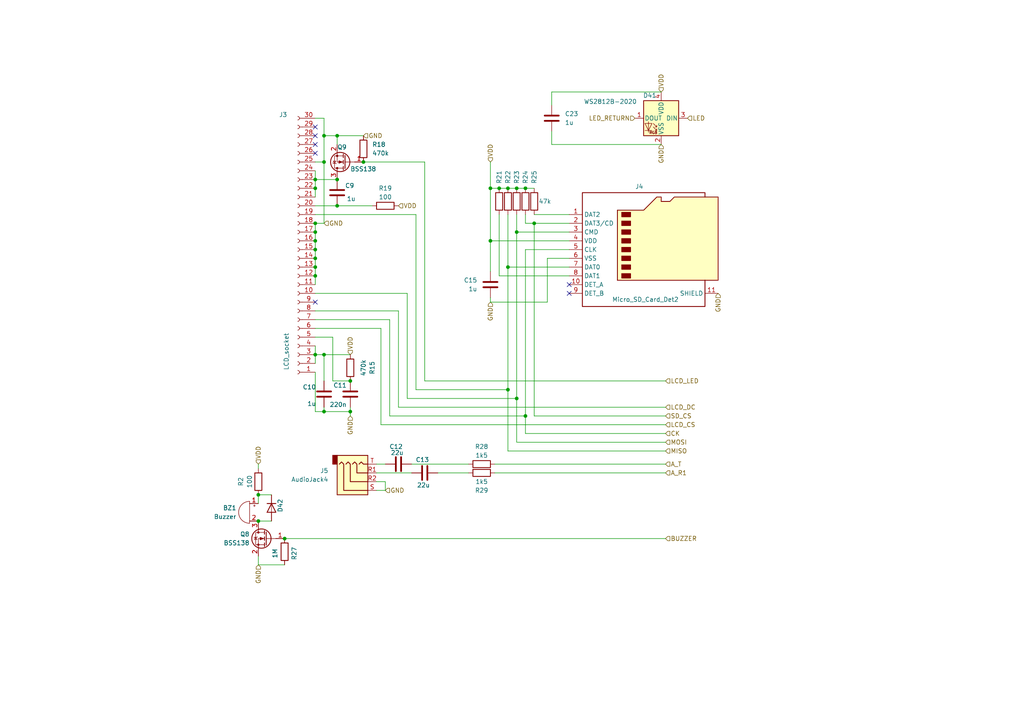
<source format=kicad_sch>
(kicad_sch (version 20231120) (generator "eeschema") (generator_version "8.0")
  (paper "A4")
  (title_block (title "Front") (rev "PY/A1 (1.0)") (company "MOTIV.PW"))
  (lib_symbols
    (symbol "Connector:Conn_01x30_Socket" (pin_names (offset 1.016) hide)
      (property "Reference" "J" (at 0 38.1 0))
      (property "Value" "Conn_01x30_Socket" (at 0 -40.64 0))
      (symbol "Conn_01x30_Socket_1_1"
        (arc (start 0 -37.592) (mid -0.5058 -38.1) (end 0 -38.608) (stroke (width 0.1524)))
        (arc (start 0 -35.052) (mid -0.5058 -35.56) (end 0 -36.068) (stroke (width 0.1524)))
        (arc (start 0 -32.512) (mid -0.5058 -33.02) (end 0 -33.528) (stroke (width 0.1524)))
        (arc (start 0 -29.972) (mid -0.5058 -30.48) (end 0 -30.988) (stroke (width 0.1524)))
        (arc (start 0 -27.432) (mid -0.5058 -27.94) (end 0 -28.448) (stroke (width 0.1524)))
        (arc (start 0 -24.892) (mid -0.5058 -25.4) (end 0 -25.908) (stroke (width 0.1524)))
        (arc (start 0 -22.352) (mid -0.5058 -22.86) (end 0 -23.368) (stroke (width 0.1524)))
        (arc (start 0 -19.812) (mid -0.5058 -20.32) (end 0 -20.828) (stroke (width 0.1524)))
        (arc (start 0 -17.272) (mid -0.5058 -17.78) (end 0 -18.288) (stroke (width 0.1524)))
        (arc (start 0 -14.732) (mid -0.5058 -15.24) (end 0 -15.748) (stroke (width 0.1524)))
        (arc (start 0 -12.192) (mid -0.5058 -12.7) (end 0 -13.208) (stroke (width 0.1524)))
        (arc (start 0 -9.652) (mid -0.5058 -10.16) (end 0 -10.668) (stroke (width 0.1524)))
        (arc (start 0 -7.112) (mid -0.5058 -7.62) (end 0 -8.128) (stroke (width 0.1524)))
        (arc (start 0 -4.572) (mid -0.5058 -5.08) (end 0 -5.588) (stroke (width 0.1524)))
        (arc (start 0 -2.032) (mid -0.5058 -2.54) (end 0 -3.048) (stroke (width 0.1524)))
        (polyline (pts (xy -1.27 -38.1) (xy -0.508 -38.1)) (stroke (width 0.1524)))
        (polyline (pts (xy -1.27 -35.56) (xy -0.508 -35.56)) (stroke (width 0.1524)))
        (polyline (pts (xy -1.27 -33.02) (xy -0.508 -33.02)) (stroke (width 0.1524)))
        (polyline (pts (xy -1.27 -30.48) (xy -0.508 -30.48)) (stroke (width 0.1524)))
        (polyline (pts (xy -1.27 -27.94) (xy -0.508 -27.94)) (stroke (width 0.1524)))
        (polyline (pts (xy -1.27 -25.4) (xy -0.508 -25.4)) (stroke (width 0.1524)))
        (polyline (pts (xy -1.27 -22.86) (xy -0.508 -22.86)) (stroke (width 0.1524)))
        (polyline (pts (xy -1.27 -20.32) (xy -0.508 -20.32)) (stroke (width 0.1524)))
        (polyline (pts (xy -1.27 -17.78) (xy -0.508 -17.78)) (stroke (width 0.1524)))
        (polyline (pts (xy -1.27 -15.24) (xy -0.508 -15.24)) (stroke (width 0.1524)))
        (polyline (pts (xy -1.27 -12.7) (xy -0.508 -12.7)) (stroke (width 0.1524)))
        (polyline (pts (xy -1.27 -10.16) (xy -0.508 -10.16)) (stroke (width 0.1524)))
        (polyline (pts (xy -1.27 -7.62) (xy -0.508 -7.62)) (stroke (width 0.1524)))
        (polyline (pts (xy -1.27 -5.08) (xy -0.508 -5.08)) (stroke (width 0.1524)))
        (polyline (pts (xy -1.27 -2.54) (xy -0.508 -2.54)) (stroke (width 0.1524)))
        (polyline (pts (xy -1.27 0) (xy -0.508 0)) (stroke (width 0.1524)))
        (polyline (pts (xy -1.27 2.54) (xy -0.508 2.54)) (stroke (width 0.1524)))
        (polyline (pts (xy -1.27 5.08) (xy -0.508 5.08)) (stroke (width 0.1524)))
        (polyline (pts (xy -1.27 7.62) (xy -0.508 7.62)) (stroke (width 0.1524)))
        (polyline (pts (xy -1.27 10.16) (xy -0.508 10.16)) (stroke (width 0.1524)))
        (polyline (pts (xy -1.27 12.7) (xy -0.508 12.7)) (stroke (width 0.1524)))
        (polyline (pts (xy -1.27 15.24) (xy -0.508 15.24)) (stroke (width 0.1524)))
        (polyline (pts (xy -1.27 17.78) (xy -0.508 17.78)) (stroke (width 0.1524)))
        (polyline (pts (xy -1.27 20.32) (xy -0.508 20.32)) (stroke (width 0.1524)))
        (polyline (pts (xy -1.27 22.86) (xy -0.508 22.86)) (stroke (width 0.1524)))
        (polyline (pts (xy -1.27 25.4) (xy -0.508 25.4)) (stroke (width 0.1524)))
        (polyline (pts (xy -1.27 27.94) (xy -0.508 27.94)) (stroke (width 0.1524)))
        (polyline (pts (xy -1.27 30.48) (xy -0.508 30.48)) (stroke (width 0.1524)))
        (polyline (pts (xy -1.27 33.02) (xy -0.508 33.02)) (stroke (width 0.1524)))
        (polyline (pts (xy -1.27 35.56) (xy -0.508 35.56)) (stroke (width 0.1524)))
        (arc (start 0 0.508) (mid -0.5058 0) (end 0 -0.508) (stroke (width 0.1524)))
        (arc (start 0 3.048) (mid -0.5058 2.54) (end 0 2.032) (stroke (width 0.1524)))
        (arc (start 0 5.588) (mid -0.5058 5.08) (end 0 4.572) (stroke (width 0.1524)))
        (arc (start 0 8.128) (mid -0.5058 7.62) (end 0 7.112) (stroke (width 0.1524)))
        (arc (start 0 10.668) (mid -0.5058 10.16) (end 0 9.652) (stroke (width 0.1524)))
        (arc (start 0 13.208) (mid -0.5058 12.7) (end 0 12.192) (stroke (width 0.1524)))
        (arc (start 0 15.748) (mid -0.5058 15.24) (end 0 14.732) (stroke (width 0.1524)))
        (arc (start 0 18.288) (mid -0.5058 17.78) (end 0 17.272) (stroke (width 0.1524)))
        (arc (start 0 20.828) (mid -0.5058 20.32) (end 0 19.812) (stroke (width 0.1524)))
        (arc (start 0 23.368) (mid -0.5058 22.86) (end 0 22.352) (stroke (width 0.1524)))
        (arc (start 0 25.908) (mid -0.5058 25.4) (end 0 24.892) (stroke (width 0.1524)))
        (arc (start 0 28.448) (mid -0.5058 27.94) (end 0 27.432) (stroke (width 0.1524)))
        (arc (start 0 30.988) (mid -0.5058 30.48) (end 0 29.972) (stroke (width 0.1524)))
        (arc (start 0 33.528) (mid -0.5058 33.02) (end 0 32.512) (stroke (width 0.1524)))
        (arc (start 0 36.068) (mid -0.5058 35.56) (end 0 35.052) (stroke (width 0.1524)))
        (pin passive line (at -5.08 35.56 0) (length 3.81) (name "Pin_1") (number "1"))
        (pin passive line (at -5.08 12.7 0) (length 3.81) (name "Pin_10") (number "10"))
        (pin passive line (at -5.08 10.16 0) (length 3.81) (name "Pin_11") (number "11"))
        (pin passive line (at -5.08 7.62 0) (length 3.81) (name "Pin_12") (number "12"))
        (pin passive line (at -5.08 5.08 0) (length 3.81) (name "Pin_13") (number "13"))
        (pin passive line (at -5.08 2.54 0) (length 3.81) (name "Pin_14") (number "14"))
        (pin passive line (at -5.08 0 0) (length 3.81) (name "Pin_15") (number "15"))
        (pin passive line (at -5.08 -2.54 0) (length 3.81) (name "Pin_16") (number "16"))
        (pin passive line (at -5.08 -5.08 0) (length 3.81) (name "Pin_17") (number "17"))
        (pin passive line (at -5.08 -7.62 0) (length 3.81) (name "Pin_18") (number "18"))
        (pin passive line (at -5.08 -10.16 0) (length 3.81) (name "Pin_19") (number "19"))
        (pin passive line (at -5.08 33.02 0) (length 3.81) (name "Pin_2") (number "2"))
        (pin passive line (at -5.08 -12.7 0) (length 3.81) (name "Pin_20") (number "20"))
        (pin passive line (at -5.08 -15.24 0) (length 3.81) (name "Pin_21") (number "21"))
        (pin passive line (at -5.08 -17.78 0) (length 3.81) (name "Pin_22") (number "22"))
        (pin passive line (at -5.08 -20.32 0) (length 3.81) (name "Pin_23") (number "23"))
        (pin passive line (at -5.08 -22.86 0) (length 3.81) (name "Pin_24") (number "24"))
        (pin passive line (at -5.08 -25.4 0) (length 3.81) (name "Pin_25") (number "25"))
        (pin passive line (at -5.08 -27.94 0) (length 3.81) (name "Pin_26") (number "26"))
        (pin passive line (at -5.08 -30.48 0) (length 3.81) (name "Pin_27") (number "27"))
        (pin passive line (at -5.08 -33.02 0) (length 3.81) (name "Pin_28") (number "28"))
        (pin passive line (at -5.08 -35.56 0) (length 3.81) (name "Pin_29") (number "29"))
        (pin passive line (at -5.08 30.48 0) (length 3.81) (name "Pin_3") (number "3"))
        (pin passive line (at -5.08 -38.1 0) (length 3.81) (name "Pin_30") (number "30"))
        (pin passive line (at -5.08 27.94 0) (length 3.81) (name "Pin_4") (number "4"))
        (pin passive line (at -5.08 25.4 0) (length 3.81) (name "Pin_5") (number "5"))
        (pin passive line (at -5.08 22.86 0) (length 3.81) (name "Pin_6") (number "6"))
        (pin passive line (at -5.08 20.32 0) (length 3.81) (name "Pin_7") (number "7"))
        (pin passive line (at -5.08 17.78 0) (length 3.81) (name "Pin_8") (number "8"))
        (pin passive line (at -5.08 15.24 0) (length 3.81) (name "Pin_9") (number "9"))
      )
    )
    (symbol "Connector:Micro_SD_Card_Det2"
      (property "Reference" "J" (at -16.51 17.78 0))
      (property "Value" "Micro_SD_Card_Det2" (at 16.51 17.78 0))
      (symbol "Micro_SD_Card_Det2_0_1"
        (rectangle (start -7.62 -6.985) (end -5.08 -8.255) (stroke (width 0.254)) (fill (type outline)))
        (rectangle (start -7.62 -4.445) (end -5.08 -5.715) (stroke (width 0.254)) (fill (type outline)))
        (rectangle (start -7.62 -1.905) (end -5.08 -3.175) (stroke (width 0.254)) (fill (type outline)))
        (rectangle (start -7.62 0.635) (end -5.08 -0.635) (stroke (width 0.254)) (fill (type outline)))
        (rectangle (start -7.62 3.175) (end -5.08 1.905) (stroke (width 0.254)) (fill (type outline)))
        (rectangle (start -7.62 5.715) (end -5.08 4.445) (stroke (width 0.254)) (fill (type outline)))
        (rectangle (start -7.62 8.255) (end -5.08 6.985) (stroke (width 0.254)) (fill (type outline)))
        (rectangle (start -7.62 10.795) (end -5.08 9.525) (stroke (width 0.254)) (fill (type outline)))
        (polyline (pts (xy 16.51 15.24) (xy 16.51 16.51) (xy -19.05 16.51) (xy -19.05 -16.51) (xy 16.51 -16.51) (xy 16.51 -8.89)) (stroke (width 0.254)))
        (polyline (pts (xy -8.89 -8.89) (xy -8.89 11.43) (xy -1.27 11.43) (xy 2.54 15.24) (xy 3.81 15.24) (xy 3.81 13.97) (xy 6.35 13.97) (xy 7.62 15.24) (xy 20.32 15.24) (xy 20.32 -8.89) (xy -8.89 -8.89)) (stroke (width 0.254)) (fill (type background)))
      )
      (symbol "Micro_SD_Card_Det2_1_1"
        (pin bidirectional line (at -22.86 10.16 0) (length 3.81) (name "DAT2") (number "1"))
        (pin passive line (at -22.86 -10.16 0) (length 3.81) (name "DET_A") (number "10"))
        (pin passive line (at 20.32 -12.7 180) (length 3.81) (name "SHIELD") (number "11"))
        (pin bidirectional line (at -22.86 7.62 0) (length 3.81) (name "DAT3/CD") (number "2"))
        (pin input line (at -22.86 5.08 0) (length 3.81) (name "CMD") (number "3"))
        (pin power_in line (at -22.86 2.54 0) (length 3.81) (name "VDD") (number "4"))
        (pin input line (at -22.86 0 0) (length 3.81) (name "CLK") (number "5"))
        (pin power_in line (at -22.86 -2.54 0) (length 3.81) (name "VSS") (number "6"))
        (pin bidirectional line (at -22.86 -5.08 0) (length 3.81) (name "DAT0") (number "7"))
        (pin bidirectional line (at -22.86 -7.62 0) (length 3.81) (name "DAT1") (number "8"))
        (pin passive line (at -22.86 -12.7 0) (length 3.81) (name "DET_B") (number "9"))
      )
    )
    (symbol "Connector_Audio:AudioJack4"
      (property "Reference" "J" (at 0 8.89 0))
      (property "Value" "AudioJack4" (at 0 6.35 0))
      (symbol "AudioJack4_0_1"
        (rectangle (start -6.35 -5.08) (end -7.62 -7.62) (stroke (width 0.254)) (fill (type outline)))
        (polyline (pts (xy 0 -5.08) (xy 0.635 -5.715) (xy 1.27 -5.08) (xy 2.54 -5.08)) (stroke (width 0.254)))
        (polyline (pts (xy -5.715 -5.08) (xy -5.08 -5.715) (xy -4.445 -5.08) (xy -4.445 2.54) (xy 2.54 2.54)) (stroke (width 0.254)))
        (polyline (pts (xy -1.905 -5.08) (xy -1.27 -5.715) (xy -0.635 -5.08) (xy -0.635 -2.54) (xy 2.54 -2.54)) (stroke (width 0.254)))
        (polyline (pts (xy 2.54 0) (xy -2.54 0) (xy -2.54 -5.08) (xy -3.175 -5.715) (xy -3.81 -5.08)) (stroke (width 0.254)))
        (rectangle (start 2.54 3.81) (end -6.35 -7.62) (stroke (width 0.254)) (fill (type background)))
      )
      (symbol "AudioJack4_1_1"
        (pin passive line (at 5.08 -2.54 180) (length 2.54) (name "~") (number "R1"))
        (pin passive line (at 5.08 0 180) (length 2.54) (name "~") (number "R2"))
        (pin passive line (at 5.08 2.54 180) (length 2.54) (name "~") (number "S"))
        (pin passive line (at 5.08 -5.08 180) (length 2.54) (name "~") (number "T"))
      )
    )
    (symbol "Device:Buzzer" (pin_names (offset 0.0254) hide)
      (property "Reference" "BZ" (at 3.81 1.27 0))
      (property "Value" "Buzzer" (at 3.81 -1.27 0))
      (symbol "Buzzer_0_1"
        (arc (start 0 -3.175) (mid 3.1612 0) (end 0 3.175))
        (polyline (pts (xy -1.651 1.905) (xy -1.143 1.905)))
        (polyline (pts (xy -1.397 2.159) (xy -1.397 1.651)))
        (polyline (pts (xy 0 3.175) (xy 0 -3.175)))
      )
      (symbol "Buzzer_1_1"
        (pin passive line (at -2.54 2.54 0) (length 2.54) (name "+") (number "1"))
        (pin passive line (at -2.54 -2.54 0) (length 2.54) (name "-") (number "2"))
      )
    )
    (symbol "Device:C" (pin_numbers hide) (pin_names (offset 0.254))
      (property "Reference" "C" (at 0.635 2.54 0))
      (property "Value" "C" (at 0.635 -2.54 0))
      (symbol "C_0_1"
        (polyline (pts (xy -2.032 -0.762) (xy 2.032 -0.762)) (stroke (width 0.508)))
        (polyline (pts (xy -2.032 0.762) (xy 2.032 0.762)) (stroke (width 0.508)))
      )
      (symbol "C_1_1"
        (pin passive line (at 0 3.81 270) (length 2.794) (name "~") (number "1"))
        (pin passive line (at 0 -3.81 90) (length 2.794) (name "~") (number "2"))
      )
    )
    (symbol "Device:D" (pin_numbers hide) (pin_names (offset 1.016) hide)
      (property "Reference" "D" (at 0 2.54 0))
      (property "Value" "D" (at 0 -2.54 0))
      (symbol "D_0_1"
        (polyline (pts (xy -1.27 1.27) (xy -1.27 -1.27)) (stroke (width 0.254)))
        (polyline (pts (xy 1.27 0) (xy -1.27 0)))
        (polyline (pts (xy 1.27 1.27) (xy 1.27 -1.27) (xy -1.27 0) (xy 1.27 1.27)) (stroke (width 0.254)))
      )
      (symbol "D_1_1"
        (pin passive line (at -3.81 0 0) (length 2.54) (name "K") (number "1"))
        (pin passive line (at 3.81 0 180) (length 2.54) (name "A") (number "2"))
      )
    )
    (symbol "Device:R" (pin_numbers hide) (pin_names (offset 0))
      (property "Reference" "R" (at 2.032 0 90))
      (property "Value" "R" (at 0 0 90))
      (symbol "R_0_1"
        (rectangle (start -1.016 -2.54) (end 1.016 2.54) (stroke (width 0.254)))
      )
      (symbol "R_1_1"
        (pin passive line (at 0 3.81 270) (length 1.27) (name "~") (number "1"))
        (pin passive line (at 0 -3.81 90) (length 1.27) (name "~") (number "2"))
      )
    )
    (symbol "LED:WS2812B-2020" (pin_names (offset 0.254))
      (property "Reference" "D" (at 5.08 5.715 0))
      (property "Value" "WS2812B-2020" (at 1.27 -5.715 0))
      (symbol "WS2812B-2020_0_0"
        (text "RGB" (at 2.286 -4.191 0) (effects (font (size 0.762 0.762))))
      )
      (symbol "WS2812B-2020_0_1"
        (polyline (pts (xy 1.27 -3.556) (xy 1.778 -3.556)))
        (polyline (pts (xy 1.27 -2.54) (xy 1.778 -2.54)))
        (polyline (pts (xy 4.699 -3.556) (xy 2.667 -3.556)))
        (polyline (pts (xy 2.286 -2.54) (xy 1.27 -3.556) (xy 1.27 -3.048)))
        (polyline (pts (xy 2.286 -1.524) (xy 1.27 -2.54) (xy 1.27 -2.032)))
        (polyline (pts (xy 3.683 -1.016) (xy 3.683 -3.556) (xy 3.683 -4.064)))
        (polyline (pts (xy 4.699 -1.524) (xy 2.667 -1.524) (xy 3.683 -3.556) (xy 4.699 -1.524)))
        (rectangle (start 5.08 5.08) (end -5.08 -5.08) (stroke (width 0.254)) (fill (type background)))
      )
      (symbol "WS2812B-2020_1_1"
        (pin output line (at 7.62 0 180) (length 2.54) (name "DOUT") (number "1"))
        (pin power_in line (at 0 -7.62 90) (length 2.54) (name "VSS") (number "2"))
        (pin input line (at -7.62 0 0) (length 2.54) (name "DIN") (number "3"))
        (pin power_in line (at 0 7.62 270) (length 2.54) (name "VDD") (number "4"))
      )
    )
    (symbol "Transistor_FET:BSS138" (pin_names hide)
      (property "Reference" "Q" (at 5.08 1.905 0))
      (property "Value" "BSS138" (at 5.08 0 0))
      (symbol "BSS138_0_1"
        (polyline (pts (xy 0.254 0) (xy -2.54 0)))
        (polyline (pts (xy 0.254 1.905) (xy 0.254 -1.905)) (stroke (width 0.254)))
        (polyline (pts (xy 0.762 -1.27) (xy 0.762 -2.286)) (stroke (width 0.254)))
        (polyline (pts (xy 0.762 0.508) (xy 0.762 -0.508)) (stroke (width 0.254)))
        (polyline (pts (xy 0.762 2.286) (xy 0.762 1.27)) (stroke (width 0.254)))
        (polyline (pts (xy 2.54 2.54) (xy 2.54 1.778)))
        (polyline (pts (xy 2.54 -2.54) (xy 2.54 0) (xy 0.762 0)))
        (polyline (pts (xy 0.762 -1.778) (xy 3.302 -1.778) (xy 3.302 1.778) (xy 0.762 1.778)))
        (polyline (pts (xy 1.016 0) (xy 2.032 0.381) (xy 2.032 -0.381) (xy 1.016 0)) (fill (type outline)))
        (polyline (pts (xy 2.794 0.508) (xy 2.921 0.381) (xy 3.683 0.381) (xy 3.81 0.254)))
        (polyline (pts (xy 3.302 0.381) (xy 2.921 -0.254) (xy 3.683 -0.254) (xy 3.302 0.381)))
        (circle (center 1.651 0) (radius 2.794) (stroke (width 0.254)))
        (circle (center 2.54 -1.778) (radius 0.254) (fill (type outline)))
        (circle (center 2.54 1.778) (radius 0.254) (fill (type outline)))
      )
      (symbol "BSS138_1_1"
        (pin input line (at -5.08 0 0) (length 2.54) (name "G") (number "1"))
        (pin passive line (at 2.54 -5.08 90) (length 2.54) (name "S") (number "2"))
        (pin passive line (at 2.54 5.08 270) (length 2.54) (name "D") (number "3"))
      )
    )
  )
  (junction (at 91.44 102.87))
  (junction (at 147.32 54.61))
  (junction (at 91.44 74.93))
  (junction (at 74.93 151.13))
  (junction (at 144.78 54.61))
  (junction (at 93.98 102.87))
  (junction (at 91.44 72.39))
  (junction (at 101.6 119.38))
  (junction (at 105.41 46.99))
  (junction (at 147.32 113.03))
  (junction (at 97.79 59.69))
  (junction (at 149.86 54.61))
  (junction (at 74.93 143.51))
  (junction (at 82.55 156.21))
  (junction (at 91.44 80.01))
  (junction (at 93.98 119.38))
  (junction (at 93.98 39.37))
  (junction (at 91.44 64.77))
  (junction (at 91.44 52.07))
  (junction (at 91.44 69.85))
  (junction (at 149.86 67.31))
  (junction (at 91.44 67.31))
  (junction (at 142.24 54.61))
  (junction (at 93.98 46.99))
  (junction (at 97.79 52.07))
  (junction (at 152.4 54.61))
  (junction (at 147.32 77.47))
  (junction (at 149.86 115.57))
  (junction (at 142.24 69.85))
  (junction (at 91.44 77.47))
  (junction (at 101.6 110.49))
  (junction (at 154.94 64.77))
  (junction (at 97.79 39.37))
  (junction (at 152.4 120.65))
  (junction (at 91.44 54.61))
  (no_connect (at 91.44 41.91))
  (no_connect (at 91.44 39.37))
  (no_connect (at 165.1 85.09))
  (no_connect (at 91.44 36.83))
  (no_connect (at 165.1 82.55))
  (no_connect (at 91.44 44.45))
  (no_connect (at 91.44 87.63))
  (wire (pts (xy 74.93 134.62) (xy 74.93 135.89)))
  (wire (pts (xy 154.94 64.77) (xy 154.94 120.65)))
  (wire (pts (xy 111.76 142.24) (xy 109.22 142.24)))
  (wire (pts (xy 91.44 34.29) (xy 93.98 34.29)))
  (wire (pts (xy 91.44 72.39) (xy 91.44 74.93)))
  (wire (pts (xy 152.4 62.23) (xy 152.4 64.77)))
  (wire (pts (xy 149.86 115.57) (xy 149.86 128.27)))
  (wire (pts (xy 91.44 102.87) (xy 93.98 102.87)))
  (wire (pts (xy 149.86 67.31) (xy 149.86 62.23)))
  (wire (pts (xy 93.98 102.87) (xy 93.98 110.49)))
  (wire (pts (xy 82.55 156.21) (xy 193.04 156.21)))
  (wire (pts (xy 144.78 54.61) (xy 147.32 54.61)))
  (wire (pts (xy 93.98 39.37) (xy 93.98 34.29)))
  (wire (pts (xy 120.65 62.23) (xy 120.65 113.03)))
  (wire (pts (xy 91.44 80.01) (xy 91.44 82.55)))
  (wire (pts (xy 160.02 38.1) (xy 160.02 41.91)))
  (wire (pts (xy 96.52 110.49) (xy 101.6 110.49)))
  (wire (pts (xy 78.74 143.51) (xy 74.93 143.51)))
  (wire (pts (xy 91.44 52.07) (xy 91.44 54.61)))
  (wire (pts (xy 193.04 110.49) (xy 123.19 110.49)))
  (wire (pts (xy 97.79 39.37) (xy 105.41 39.37)))
  (wire (pts (xy 111.76 139.7) (xy 111.76 142.24)))
  (wire (pts (xy 93.98 118.11) (xy 93.98 119.38)))
  (wire (pts (xy 93.98 119.38) (xy 101.6 119.38)))
  (wire (pts (xy 91.44 77.47) (xy 91.44 80.01)))
  (wire (pts (xy 147.32 130.81) (xy 193.04 130.81)))
  (wire (pts (xy 120.65 113.03) (xy 147.32 113.03)))
  (wire (pts (xy 165.1 64.77) (xy 154.94 64.77)))
  (wire (pts (xy 91.44 67.31) (xy 91.44 69.85)))
  (wire (pts (xy 74.93 163.83) (xy 82.55 163.83)))
  (wire (pts (xy 91.44 92.71) (xy 113.03 92.71)))
  (wire (pts (xy 147.32 77.47) (xy 147.32 62.23)))
  (wire (pts (xy 91.44 119.38) (xy 93.98 119.38)))
  (wire (pts (xy 93.98 46.99) (xy 93.98 39.37)))
  (wire (pts (xy 152.4 54.61) (xy 154.94 54.61)))
  (wire (pts (xy 74.93 143.51) (xy 74.93 146.05)))
  (wire (pts (xy 154.94 64.77) (xy 152.4 64.77)))
  (wire (pts (xy 113.03 92.71) (xy 113.03 120.65)))
  (wire (pts (xy 78.74 151.13) (xy 74.93 151.13)))
  (wire (pts (xy 91.44 54.61) (xy 91.44 57.15)))
  (wire (pts (xy 115.57 118.11) (xy 193.04 118.11)))
  (wire (pts (xy 91.44 74.93) (xy 91.44 77.47)))
  (wire (pts (xy 123.19 110.49) (xy 123.19 46.99)))
  (wire (pts (xy 109.22 139.7) (xy 111.76 139.7)))
  (wire (pts (xy 193.04 120.65) (xy 154.94 120.65)))
  (wire (pts (xy 91.44 107.95) (xy 91.44 119.38)))
  (wire (pts (xy 91.44 64.77) (xy 91.44 67.31)))
  (wire (pts (xy 74.93 163.83) (xy 74.93 161.29)))
  (wire (pts (xy 152.4 125.73) (xy 193.04 125.73)))
  (wire (pts (xy 127 137.16) (xy 135.89 137.16)))
  (wire (pts (xy 142.24 87.63) (xy 142.24 86.36)))
  (wire (pts (xy 115.57 90.17) (xy 115.57 118.11)))
  (wire (pts (xy 142.24 87.63) (xy 158.75 87.63)))
  (wire (pts (xy 152.4 72.39) (xy 152.4 120.65)))
  (wire (pts (xy 158.75 74.93) (xy 158.75 87.63)))
  (wire (pts (xy 118.11 85.09) (xy 118.11 115.57)))
  (wire (pts (xy 91.44 62.23) (xy 120.65 62.23)))
  (wire (pts (xy 160.02 30.48) (xy 160.02 26.67)))
  (wire (pts (xy 149.86 128.27) (xy 193.04 128.27)))
  (wire (pts (xy 91.44 46.99) (xy 93.98 46.99)))
  (wire (pts (xy 165.1 67.31) (xy 149.86 67.31)))
  (wire (pts (xy 152.4 120.65) (xy 152.4 125.73)))
  (wire (pts (xy 154.94 62.23) (xy 165.1 62.23)))
  (wire (pts (xy 142.24 78.74) (xy 142.24 69.85)))
  (wire (pts (xy 144.78 80.01) (xy 144.78 62.23)))
  (wire (pts (xy 91.44 64.77) (xy 93.98 64.77)))
  (wire (pts (xy 91.44 90.17) (xy 115.57 90.17)))
  (wire (pts (xy 113.03 120.65) (xy 152.4 120.65)))
  (wire (pts (xy 160.02 41.91) (xy 191.77 41.91)))
  (wire (pts (xy 158.75 74.93) (xy 165.1 74.93)))
  (wire (pts (xy 149.86 54.61) (xy 152.4 54.61)))
  (wire (pts (xy 91.44 59.69) (xy 97.79 59.69)))
  (wire (pts (xy 91.44 97.79) (xy 96.52 97.79)))
  (wire (pts (xy 165.1 69.85) (xy 142.24 69.85)))
  (wire (pts (xy 142.24 69.85) (xy 142.24 54.61)))
  (wire (pts (xy 165.1 77.47) (xy 147.32 77.47)))
  (wire (pts (xy 110.49 123.19) (xy 110.49 95.25)))
  (wire (pts (xy 97.79 59.69) (xy 107.95 59.69)))
  (wire (pts (xy 91.44 100.33) (xy 91.44 102.87)))
  (wire (pts (xy 110.49 95.25) (xy 91.44 95.25)))
  (wire (pts (xy 147.32 77.47) (xy 147.32 113.03)))
  (wire (pts (xy 101.6 119.38) (xy 101.6 120.65)))
  (wire (pts (xy 160.02 26.67) (xy 191.77 26.67)))
  (wire (pts (xy 152.4 72.39) (xy 165.1 72.39)))
  (wire (pts (xy 193.04 123.19) (xy 110.49 123.19)))
  (wire (pts (xy 111.76 134.62) (xy 109.22 134.62)))
  (wire (pts (xy 149.86 67.31) (xy 149.86 115.57)))
  (wire (pts (xy 147.32 113.03) (xy 147.32 130.81)))
  (wire (pts (xy 142.24 46.99) (xy 142.24 54.61)))
  (wire (pts (xy 97.79 39.37) (xy 93.98 39.37)))
  (wire (pts (xy 165.1 80.01) (xy 144.78 80.01)))
  (wire (pts (xy 147.32 54.61) (xy 149.86 54.61)))
  (wire (pts (xy 97.79 41.91) (xy 97.79 39.37)))
  (wire (pts (xy 101.6 118.11) (xy 101.6 119.38)))
  (wire (pts (xy 91.44 69.85) (xy 91.44 72.39)))
  (wire (pts (xy 91.44 52.07) (xy 97.79 52.07)))
  (wire (pts (xy 96.52 97.79) (xy 96.52 110.49)))
  (wire (pts (xy 118.11 115.57) (xy 149.86 115.57)))
  (wire (pts (xy 93.98 102.87) (xy 101.6 102.87)))
  (wire (pts (xy 143.51 134.62) (xy 193.04 134.62)))
  (wire (pts (xy 119.38 134.62) (xy 135.89 134.62)))
  (wire (pts (xy 93.98 64.77) (xy 93.98 46.99)))
  (wire (pts (xy 143.51 137.16) (xy 193.04 137.16)))
  (wire (pts (xy 109.22 137.16) (xy 119.38 137.16)))
  (wire (pts (xy 91.44 102.87) (xy 91.44 105.41)))
  (wire (pts (xy 142.24 54.61) (xy 144.78 54.61)))
  (wire (pts (xy 91.44 49.53) (xy 91.44 52.07)))
  (wire (pts (xy 105.41 46.99) (xy 123.19 46.99)))
  (wire (pts (xy 91.44 85.09) (xy 118.11 85.09)))
  (hierarchical_label "GND" (shape input) (at 74.93 163.83 270))
  (hierarchical_label "A_T" (shape input) (at 193.04 134.62 0))
  (hierarchical_label "GND" (shape input) (at 191.77 41.91 270))
  (hierarchical_label "GND" (shape input) (at 142.24 87.63 270))
  (hierarchical_label "GND" (shape input) (at 93.98 64.77 0))
  (hierarchical_label "GND" (shape input) (at 105.41 39.37 0))
  (hierarchical_label "CK" (shape input) (at 193.04 125.73 0))
  (hierarchical_label "LED" (shape input) (at 199.39 34.29 0))
  (hierarchical_label "MOSI" (shape input) (at 193.04 128.27 0))
  (hierarchical_label "VDD" (shape input) (at 142.24 46.99 90))
  (hierarchical_label "SD_CS" (shape input) (at 193.04 120.65 0))
  (hierarchical_label "LCD_LED" (shape input) (at 193.04 110.49 0))
  (hierarchical_label "BUZZER" (shape input) (at 193.04 156.21 0))
  (hierarchical_label "MISO" (shape input) (at 193.04 130.81 0))
  (hierarchical_label "GND" (shape input) (at 208.28 85.09 270))
  (hierarchical_label "LED_RETURN" (shape input) (at 184.15 34.29 180))
  (hierarchical_label "LCD_CS" (shape input) (at 193.04 123.19 0))
  (hierarchical_label "GND" (shape input) (at 111.76 142.24 0))
  (hierarchical_label "VDD" (shape input) (at 74.93 134.62 90))
  (hierarchical_label "GND" (shape input) (at 101.6 120.65 270))
  (hierarchical_label "VDD" (shape input) (at 115.57 59.69 0))
  (hierarchical_label "VDD" (shape input) (at 101.6 102.87 90))
  (hierarchical_label "LCD_DC" (shape input) (at 193.04 118.11 0))
  (hierarchical_label "A_R1" (shape input) (at 193.04 137.16 0))
  (hierarchical_label "VDD" (shape input) (at 191.77 26.67 90))
  (symbol (lib_id "Connector:Conn_01x30_Socket") (at 86.36 72.39 180) (unit 1)
    (property "Reference" "J3" (at 83.312 33.274 0) (effects (justify left)))
    (property "Value" "LCD_socket" (at 83.058 96.52 90) (effects (justify left)))
    (property "Footprint" "Connector_FFC-FPC:Hirose_FH12-30S-0.5SH_1x30-1MP_P0.50mm_Horizontal" (effects (hide yes)))
    (property "Description" "Generic connector, single row, 01x30, script generated" (effects (hide yes)))
  )
  (symbol (lib_id "Device:C") (at 97.79 55.88 0) (unit 1)
    (property "Reference" "C9" (at 100.076 53.848 0) (effects (justify left)))
    (property "Value" "1u" (at 100.584 57.658 0) (effects (justify left)))
    (property "Footprint" "Capacitor_SMD:C_0805_2012Metric_Pad1.18x1.45mm_HandSolder" (effects (hide yes)))
    (property "Description" "Unpolarized capacitor" (effects (hide yes)))
  )
  (symbol (lib_id "Device:R") (at 147.32 58.42 0) (unit 1)
    (property "Reference" "R22" (at 147.32 53.34 90) (effects (justify left)))
    (property "Value" "47k" (effects (hide yes)))
    (property "Footprint" "Resistor_SMD:R_0805_2012Metric_Pad1.20x1.40mm_HandSolder" (effects (hide yes)))
    (property "Description" "Resistor" (effects (hide yes)))
  )
  (symbol (lib_id "Device:R") (at 101.6 106.68 0) (mirror y) (unit 1)
    (property "Reference" "R15" (at 107.95 106.68 90))
    (property "Value" "470k" (at 105.41 106.68 90))
    (property "Footprint" "Resistor_SMD:R_0805_2012Metric_Pad1.20x1.40mm_HandSolder" (effects (hide yes)))
    (property "Description" "Resistor" (effects (hide yes)))
  )
  (symbol (lib_id "Device:R") (at 82.55 160.02 0) (mirror y) (unit 1)
    (property "Reference" "R27" (at 85.344 160.528 90))
    (property "Value" "1M" (at 79.756 160.528 90))
    (property "Footprint" "Resistor_SMD:R_0805_2012Metric_Pad1.20x1.40mm_HandSolder" (effects (hide yes)))
    (property "Description" "Resistor" (effects (hide yes)))
  )
  (symbol (lib_id "Device:Buzzer") (at 72.39 148.59 0) (mirror y) (unit 1)
    (property "Reference" "BZ1" (at 68.58 147.32 0) (effects (justify left)))
    (property "Value" "Buzzer" (at 68.58 149.86 0) (effects (justify left)))
    (property "Footprint" "Buzzer_Beeper:MagneticBuzzer_CUI_CMT-8504-100-SMT" (effects (hide yes)))
    (property "Description" "Buzzer, polarized" (effects (hide yes)))
  )
  (symbol (lib_id "Device:C") (at 160.02 34.29 0) (unit 1)
    (property "Reference" "C23" (at 163.83 33.0199 0) (effects (justify left)))
    (property "Value" "1u" (at 163.83 35.5599 0) (effects (justify left)))
    (property "Footprint" "Capacitor_SMD:C_0805_2012Metric_Pad1.18x1.45mm_HandSolder" (effects (hide yes)))
    (property "Description" "Unpolarized capacitor" (effects (hide yes)))
  )
  (symbol (lib_id "Transistor_FET:BSS138") (at 77.47 156.21 0) (mirror y) (unit 1)
    (property "Reference" "Q8" (at 72.39 154.94 0) (effects (justify left)))
    (property "Value" "BSS138" (at 72.39 157.48 0) (effects (justify left)))
    (property "Footprint" "Package_TO_SOT_SMD:SOT-23" (effects (hide yes)))
    (property "Datasheet" "https://www.onsemi.com/pub/Collateral/BSS138-D.PDF" (effects (hide yes)))
    (property "Description" "50V Vds, 0.22A Id, N-Channel MOSFET, SOT-23" (effects (hide yes)))
  )
  (symbol (lib_id "Transistor_FET:BSS138") (at 100.33 46.99 180) (unit 1)
    (property "Reference" "Q9" (at 100.584 42.672 0) (effects (justify left)))
    (property "Value" "BSS138" (at 101.6 49.022 0) (effects (justify right)))
    (property "Footprint" "Package_TO_SOT_SMD:SOT-23" (effects (hide yes)))
    (property "Datasheet" "https://www.onsemi.com/pub/Collateral/BSS138-D.PDF" (effects (hide yes)))
    (property "Description" "50V Vds, 0.22A Id, N-Channel MOSFET, SOT-23" (effects (hide yes)))
  )
  (symbol (lib_id "Device:R") (at 152.4 58.42 0) (unit 1)
    (property "Reference" "R24" (at 152.4 53.34 90) (effects (justify left)))
    (property "Value" "47k" (effects (hide yes)))
    (property "Footprint" "Resistor_SMD:R_0805_2012Metric_Pad1.20x1.40mm_HandSolder" (effects (hide yes)))
    (property "Description" "Resistor" (effects (hide yes)))
  )
  (symbol (lib_id "Device:D") (at 78.74 147.32 90) (mirror x) (unit 1)
    (property "Reference" "D42" (at 81.28 148.59 0) (effects (justify right)))
    (property "Value" "1N4148" (effects (hide yes)))
    (property "Footprint" "Diode_SMD:D_1206_3216Metric" (effects (hide yes)))
    (property "Description" "Diode" (effects (hide yes)))
    (property "Sim.Device" "D" (effects (hide yes)))
    (property "Sim.Pins" "1=K 2=A" (effects (hide yes)))
  )
  (symbol (lib_id "Connector:Micro_SD_Card_Det2") (at 187.96 72.39 0) (unit 1)
    (property "Reference" "J4" (at 185.42 54.102 0))
    (property "Value" "Micro_SD_Card_Det2" (at 187.198 86.868 0))
    (property "Footprint" "footprints:microSD_Short_1" (effects (hide yes)))
    (property "Datasheet" "https://www.hirose.com/en/product/document?clcode=&productname=&series=DM3&documenttype=Catalog&lang=en&documentid=D49662_en" (effects (hide yes)))
    (property "Description" "Micro SD Card Socket with two card detection pins" (effects (hide yes)))
  )
  (symbol (lib_id "Device:R") (at 144.78 58.42 0) (unit 1)
    (property "Reference" "R21" (at 144.78 53.34 90) (effects (justify left)))
    (property "Value" "47k" (effects (hide yes)))
    (property "Footprint" "Resistor_SMD:R_0805_2012Metric_Pad1.20x1.40mm_HandSolder" (effects (hide yes)))
    (property "Description" "Resistor" (effects (hide yes)))
  )
  (symbol (lib_id "Device:C") (at 115.57 134.62 90) (mirror x) (unit 1)
    (property "Reference" "C12" (at 116.84 129.54 90) (effects (justify left)))
    (property "Value" "22u" (at 117.094 131.318 90) (effects (justify left)))
    (property "Footprint" "Capacitor_SMD:C_1206_3216Metric_Pad1.33x1.80mm_HandSolder" (effects (hide yes)))
    (property "Description" "Unpolarized capacitor" (effects (hide yes)))
  )
  (symbol (lib_id "Device:C") (at 123.19 137.16 90) (mirror x) (unit 1)
    (property "Reference" "C13" (at 124.46 133.35 90) (effects (justify left)))
    (property "Value" "22u" (at 124.714 140.716 90) (effects (justify left)))
    (property "Footprint" "Capacitor_SMD:C_1206_3216Metric_Pad1.33x1.80mm_HandSolder" (effects (hide yes)))
    (property "Description" "Unpolarized capacitor" (effects (hide yes)))
  )
  (symbol (lib_id "Device:C") (at 142.24 82.55 0) (mirror y) (unit 1)
    (property "Reference" "C15" (at 138.43 81.2799 0) (effects (justify left)))
    (property "Value" "1u" (at 138.43 83.8199 0) (effects (justify left)))
    (property "Footprint" "Capacitor_SMD:C_0805_2012Metric_Pad1.18x1.45mm_HandSolder" (effects (hide yes)))
    (property "Description" "Unpolarized capacitor" (effects (hide yes)))
  )
  (symbol (lib_id "LED:WS2812B-2020") (at 191.77 34.29 0) (mirror y) (unit 1)
    (property "Reference" "D41" (at 188.468 27.686 0))
    (property "Value" "WS2812B-2020" (at 177.038 29.464 0))
    (property "Footprint" "LED_SMD:LED_WS2812B-2020_PLCC4_2.0x2.0mm" (effects (hide yes)))
    (property "Datasheet" "https://cdn-shop.adafruit.com/product-files/4684/4684_WS2812B-2020_V1.3_EN.pdf" (effects (hide yes)))
    (property "Description" "RGB LED with integrated controller, 2.0 x 2.0 mm, 12 mA" (effects (hide yes)))
  )
  (symbol (lib_id "Device:R") (at 139.7 134.62 90) (unit 1)
    (property "Reference" "R28" (at 139.7 129.54 90))
    (property "Value" "1k5" (at 139.7 132.08 90))
    (property "Footprint" "Resistor_SMD:R_0805_2012Metric_Pad1.20x1.40mm_HandSolder" (effects (hide yes)))
    (property "Description" "Resistor" (effects (hide yes)))
  )
  (symbol (lib_id "Device:R") (at 154.94 58.42 0) (unit 1)
    (property "Reference" "R25" (at 154.94 53.34 90) (effects (justify left)))
    (property "Value" "47k" (at 156.21 58.42 0) (effects (justify left)))
    (property "Footprint" "Resistor_SMD:R_0805_2012Metric_Pad1.20x1.40mm_HandSolder" (effects (hide yes)))
    (property "Description" "Resistor" (effects (hide yes)))
  )
  (symbol (lib_id "Device:R") (at 111.76 59.69 90) (unit 1)
    (property "Reference" "R19" (at 111.76 54.61 90))
    (property "Value" "100" (at 111.76 57.15 90))
    (property "Footprint" "Resistor_SMD:R_0805_2012Metric_Pad1.20x1.40mm_HandSolder" (effects (hide yes)))
    (property "Description" "Resistor" (effects (hide yes)))
  )
  (symbol (lib_id "Device:C") (at 101.6 114.3 0) (mirror y) (unit 1)
    (property "Reference" "C11" (at 100.584 111.76 0) (effects (justify left)))
    (property "Value" "220n" (at 100.584 117.348 0) (effects (justify left)))
    (property "Footprint" "Capacitor_SMD:C_0805_2012Metric_Pad1.18x1.45mm_HandSolder" (effects (hide yes)))
    (property "Description" "Unpolarized capacitor" (effects (hide yes)))
  )
  (symbol (lib_id "Device:R") (at 105.41 43.18 180) (unit 1)
    (property "Reference" "R18" (at 107.95 41.9099 0) (effects (justify right)))
    (property "Value" "470k" (at 107.95 44.4499 0) (effects (justify right)))
    (property "Footprint" "Resistor_SMD:R_0805_2012Metric_Pad1.20x1.40mm_HandSolder" (effects (hide yes)))
    (property "Description" "Resistor" (effects (hide yes)))
  )
  (symbol (lib_id "Connector_Audio:AudioJack4") (at 104.14 139.7 0) (mirror x) (unit 1)
    (property "Reference" "J5" (at 95.25 136.5249 0) (effects (justify right)))
    (property "Value" "AudioJack4" (at 95.25 139.0649 0) (effects (justify right)))
    (property "Footprint" "footprints:Jack_3.5mm_PJ320D_Horizontal" (effects (hide yes)))
    (property "Description" "Audio Jack, 4 Poles (TRRS)" (effects (hide yes)))
  )
  (symbol (lib_id "Device:R") (at 139.7 137.16 90) (mirror x) (unit 1)
    (property "Reference" "R29" (at 139.7 142.24 90))
    (property "Value" "1k5" (at 139.7 139.7 90))
    (property "Footprint" "Resistor_SMD:R_0805_2012Metric_Pad1.20x1.40mm_HandSolder" (effects (hide yes)))
    (property "Description" "Resistor" (effects (hide yes)))
  )
  (symbol (lib_id "Device:R") (at 74.93 139.7 180) (unit 1)
    (property "Reference" "R2" (at 69.85 139.7 90))
    (property "Value" "100" (at 72.39 139.7 90))
    (property "Footprint" "Resistor_SMD:R_0805_2012Metric_Pad1.20x1.40mm_HandSolder" (effects (hide yes)))
    (property "Description" "Resistor" (effects (hide yes)))
  )
  (symbol (lib_id "Device:R") (at 149.86 58.42 0) (unit 1)
    (property "Reference" "R23" (at 149.86 53.34 90) (effects (justify left)))
    (property "Value" "47k" (effects (hide yes)))
    (property "Footprint" "Resistor_SMD:R_0805_2012Metric_Pad1.20x1.40mm_HandSolder" (effects (hide yes)))
    (property "Description" "Resistor" (effects (hide yes)))
  )
  (symbol (lib_id "Device:C") (at 93.98 114.3 0) (mirror y) (unit 1)
    (property "Reference" "C10" (at 91.694 112.268 0) (effects (justify left)))
    (property "Value" "1u" (at 91.694 117.094 0) (effects (justify left)))
    (property "Footprint" "Capacitor_SMD:C_0805_2012Metric_Pad1.18x1.45mm_HandSolder" (effects (hide yes)))
    (property "Description" "Unpolarized capacitor" (effects (hide yes)))
  )
)
</source>
